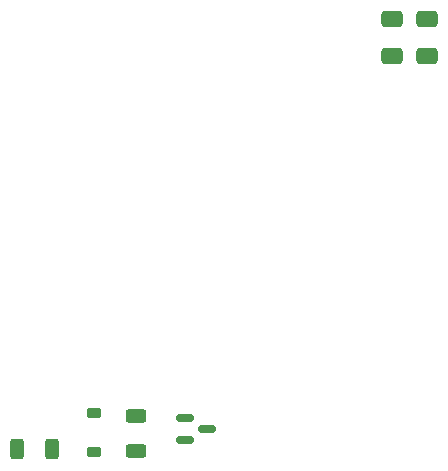
<source format=gbr>
%TF.GenerationSoftware,KiCad,Pcbnew,8.0.2*%
%TF.CreationDate,2025-06-14T16:50:25-07:00*%
%TF.ProjectId,mini_weather_monitor,6d696e69-5f77-4656-9174-6865725f6d6f,rev?*%
%TF.SameCoordinates,Original*%
%TF.FileFunction,Paste,Bot*%
%TF.FilePolarity,Positive*%
%FSLAX46Y46*%
G04 Gerber Fmt 4.6, Leading zero omitted, Abs format (unit mm)*
G04 Created by KiCad (PCBNEW 8.0.2) date 2025-06-14 16:50:25*
%MOMM*%
%LPD*%
G01*
G04 APERTURE LIST*
G04 Aperture macros list*
%AMRoundRect*
0 Rectangle with rounded corners*
0 $1 Rounding radius*
0 $2 $3 $4 $5 $6 $7 $8 $9 X,Y pos of 4 corners*
0 Add a 4 corners polygon primitive as box body*
4,1,4,$2,$3,$4,$5,$6,$7,$8,$9,$2,$3,0*
0 Add four circle primitives for the rounded corners*
1,1,$1+$1,$2,$3*
1,1,$1+$1,$4,$5*
1,1,$1+$1,$6,$7*
1,1,$1+$1,$8,$9*
0 Add four rect primitives between the rounded corners*
20,1,$1+$1,$2,$3,$4,$5,0*
20,1,$1+$1,$4,$5,$6,$7,0*
20,1,$1+$1,$6,$7,$8,$9,0*
20,1,$1+$1,$8,$9,$2,$3,0*%
G04 Aperture macros list end*
%ADD10RoundRect,0.250000X0.650000X-0.412500X0.650000X0.412500X-0.650000X0.412500X-0.650000X-0.412500X0*%
%ADD11RoundRect,0.150000X-0.587500X-0.150000X0.587500X-0.150000X0.587500X0.150000X-0.587500X0.150000X0*%
%ADD12RoundRect,0.250000X-0.312500X-0.625000X0.312500X-0.625000X0.312500X0.625000X-0.312500X0.625000X0*%
%ADD13RoundRect,0.225000X-0.375000X0.225000X-0.375000X-0.225000X0.375000X-0.225000X0.375000X0.225000X0*%
%ADD14RoundRect,0.250000X0.625000X-0.312500X0.625000X0.312500X-0.625000X0.312500X-0.625000X-0.312500X0*%
G04 APERTURE END LIST*
D10*
%TO.C,C7*%
X178250000Y-92875000D03*
X178250000Y-89750000D03*
%TD*%
D11*
%TO.C,Q1*%
X160712500Y-125400000D03*
X160712500Y-123500000D03*
X162587500Y-124450000D03*
%TD*%
D12*
%TO.C,R1*%
X146487500Y-126200000D03*
X149412500Y-126200000D03*
%TD*%
D13*
%TO.C,D1*%
X152950000Y-123150000D03*
X152950000Y-126450000D03*
%TD*%
D10*
%TO.C,C4*%
X181200000Y-92875000D03*
X181200000Y-89750000D03*
%TD*%
D14*
%TO.C,R2*%
X156500000Y-126312500D03*
X156500000Y-123387500D03*
%TD*%
M02*

</source>
